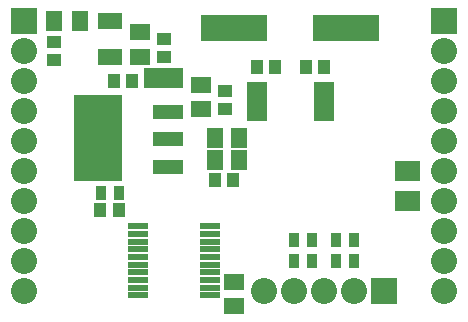
<source format=gts>
G04 Layer_Color=8388736*
%FSLAX44Y44*%
%MOMM*%
G71*
G01*
G75*
%ADD26R,4.0640X7.3660*%
%ADD43R,0.2286X1.6764*%
%ADD44R,1.6764X0.2286*%
%ADD45R,5.7032X2.2032*%
%ADD46R,2.5532X3.5032*%
%ADD47R,2.5532X1.2032*%
%ADD48R,1.8032X0.5532*%
%ADD49R,0.9532X1.2032*%
%ADD50R,1.3132X1.7432*%
%ADD51R,1.0032X1.7032*%
%ADD52R,1.7032X1.0032*%
%ADD53R,1.0032X1.2532*%
%ADD54R,1.2532X1.0032*%
%ADD55R,1.7532X1.3532*%
%ADD56R,2.0532X1.4032*%
%ADD57R,1.3532X1.7532*%
%ADD58R,2.2032X2.2032*%
%ADD59C,2.2032*%
%ADD60R,2.2032X2.2032*%
D26*
X87630Y154940D02*
D03*
D43*
X149225Y205740D02*
D03*
X137795D02*
D03*
X349885Y101600D02*
D03*
Y127000D02*
D03*
D44*
X279150Y191135D02*
D03*
Y179705D02*
D03*
X222250Y191136D02*
D03*
Y179706D02*
D03*
D45*
X298200Y247650D02*
D03*
X203200D02*
D03*
D46*
X86590Y153670D02*
D03*
D47*
X147090Y176670D02*
D03*
Y153670D02*
D03*
Y130670D02*
D03*
D48*
X121900Y80050D02*
D03*
Y73550D02*
D03*
Y67050D02*
D03*
Y60550D02*
D03*
Y54050D02*
D03*
Y47550D02*
D03*
Y41050D02*
D03*
Y34550D02*
D03*
Y28050D02*
D03*
Y21550D02*
D03*
X182900Y80050D02*
D03*
Y73550D02*
D03*
Y67050D02*
D03*
Y60550D02*
D03*
Y54050D02*
D03*
Y47550D02*
D03*
Y41050D02*
D03*
Y34550D02*
D03*
Y28050D02*
D03*
Y21550D02*
D03*
D49*
X254000Y50800D02*
D03*
X269500D02*
D03*
X304800D02*
D03*
X289300D02*
D03*
X304800Y68580D02*
D03*
X289300D02*
D03*
X254000D02*
D03*
X269500D02*
D03*
X90040Y107950D02*
D03*
X105540D02*
D03*
D50*
X50800Y254000D02*
D03*
X72300D02*
D03*
D51*
X132080Y205740D02*
D03*
X143510D02*
D03*
X154940D02*
D03*
X344170Y101600D02*
D03*
X355600D02*
D03*
X344170Y127000D02*
D03*
X355600D02*
D03*
D52*
X279150Y173990D02*
D03*
Y185420D02*
D03*
Y196850D02*
D03*
X222250Y173990D02*
D03*
Y185420D02*
D03*
Y196850D02*
D03*
D53*
X101340Y203490D02*
D03*
X116840D02*
D03*
X202190Y119380D02*
D03*
X186690D02*
D03*
X263650Y214630D02*
D03*
X279150D02*
D03*
X237750D02*
D03*
X222250D02*
D03*
X105410Y93980D02*
D03*
X89910D02*
D03*
D54*
X195580Y194570D02*
D03*
Y179070D02*
D03*
X143510Y239000D02*
D03*
Y223500D02*
D03*
X50800Y220850D02*
D03*
Y236350D02*
D03*
D55*
X175260Y179070D02*
D03*
Y200070D02*
D03*
X123190Y223500D02*
D03*
Y244500D02*
D03*
X203200Y33360D02*
D03*
Y12360D02*
D03*
D56*
X97700Y254000D02*
D03*
Y223500D02*
D03*
D57*
X186690Y135890D02*
D03*
X207690D02*
D03*
X186690Y154940D02*
D03*
X207690D02*
D03*
D58*
X330200Y25400D02*
D03*
D59*
X304800D02*
D03*
X279400D02*
D03*
X254000D02*
D03*
X228600D02*
D03*
X381000D02*
D03*
Y50800D02*
D03*
Y76200D02*
D03*
Y101600D02*
D03*
Y127000D02*
D03*
Y228600D02*
D03*
Y203200D02*
D03*
Y177800D02*
D03*
Y152400D02*
D03*
X25400Y25400D02*
D03*
Y50800D02*
D03*
Y76200D02*
D03*
Y101600D02*
D03*
Y127000D02*
D03*
Y228600D02*
D03*
Y203200D02*
D03*
Y177800D02*
D03*
Y152400D02*
D03*
D60*
X381000Y254000D02*
D03*
X25400D02*
D03*
M02*

</source>
